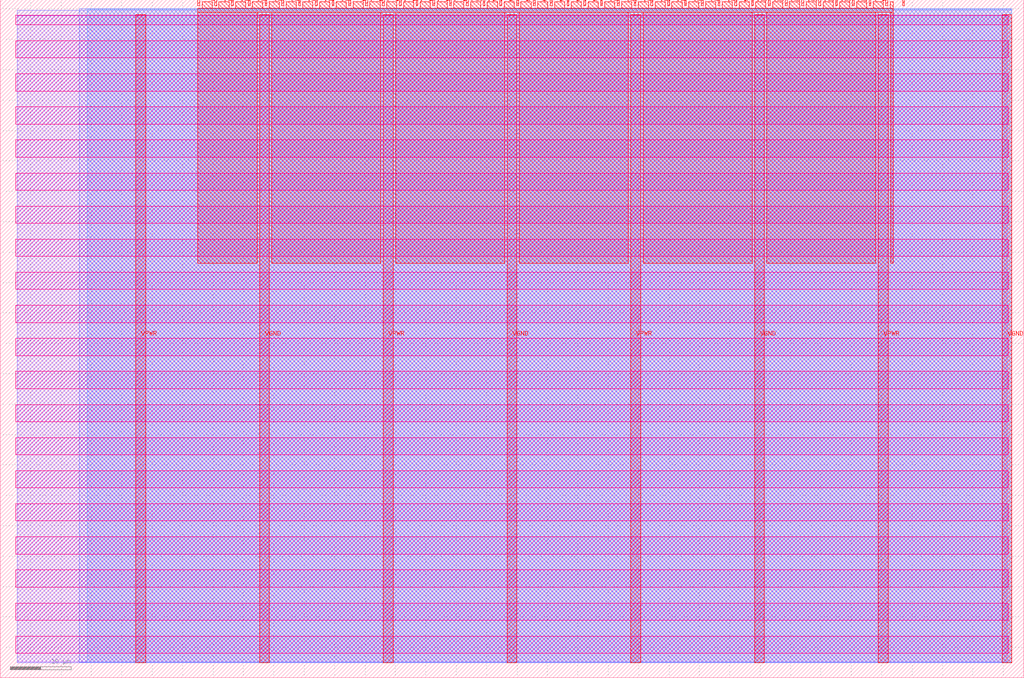
<source format=lef>
VERSION 5.7 ;
  NOWIREEXTENSIONATPIN ON ;
  DIVIDERCHAR "/" ;
  BUSBITCHARS "[]" ;
MACRO tt_um_gchenfc_seven_segment_gerry_dup
  CLASS BLOCK ;
  FOREIGN tt_um_gchenfc_seven_segment_gerry_dup ;
  ORIGIN 0.000 0.000 ;
  SIZE 168.360 BY 111.520 ;
  PIN VGND
    DIRECTION INOUT ;
    USE GROUND ;
    PORT
      LAYER met4 ;
        RECT 42.670 2.480 44.270 109.040 ;
    END
    PORT
      LAYER met4 ;
        RECT 83.380 2.480 84.980 109.040 ;
    END
    PORT
      LAYER met4 ;
        RECT 124.090 2.480 125.690 109.040 ;
    END
    PORT
      LAYER met4 ;
        RECT 164.800 2.480 166.400 109.040 ;
    END
  END VGND
  PIN VPWR
    DIRECTION INOUT ;
    USE POWER ;
    PORT
      LAYER met4 ;
        RECT 22.315 2.480 23.915 109.040 ;
    END
    PORT
      LAYER met4 ;
        RECT 63.025 2.480 64.625 109.040 ;
    END
    PORT
      LAYER met4 ;
        RECT 103.735 2.480 105.335 109.040 ;
    END
    PORT
      LAYER met4 ;
        RECT 144.445 2.480 146.045 109.040 ;
    END
  END VPWR
  PIN clk
    DIRECTION INPUT ;
    USE SIGNAL ;
    ANTENNAGATEAREA 0.852000 ;
    PORT
      LAYER met4 ;
        RECT 145.670 110.520 145.970 111.520 ;
    END
  END clk
  PIN ena
    DIRECTION INPUT ;
    USE SIGNAL ;
    PORT
      LAYER met4 ;
        RECT 148.430 110.520 148.730 111.520 ;
    END
  END ena
  PIN rst_n
    DIRECTION INPUT ;
    USE SIGNAL ;
    ANTENNAGATEAREA 0.196500 ;
    PORT
      LAYER met4 ;
        RECT 142.910 110.520 143.210 111.520 ;
    END
  END rst_n
  PIN ui_in[0]
    DIRECTION INPUT ;
    USE SIGNAL ;
    ANTENNAGATEAREA 0.196500 ;
    PORT
      LAYER met4 ;
        RECT 140.150 110.520 140.450 111.520 ;
    END
  END ui_in[0]
  PIN ui_in[1]
    DIRECTION INPUT ;
    USE SIGNAL ;
    ANTENNAGATEAREA 0.196500 ;
    PORT
      LAYER met4 ;
        RECT 137.390 110.520 137.690 111.520 ;
    END
  END ui_in[1]
  PIN ui_in[2]
    DIRECTION INPUT ;
    USE SIGNAL ;
    ANTENNAGATEAREA 0.196500 ;
    PORT
      LAYER met4 ;
        RECT 134.630 110.520 134.930 111.520 ;
    END
  END ui_in[2]
  PIN ui_in[3]
    DIRECTION INPUT ;
    USE SIGNAL ;
    ANTENNAGATEAREA 0.196500 ;
    PORT
      LAYER met4 ;
        RECT 131.870 110.520 132.170 111.520 ;
    END
  END ui_in[3]
  PIN ui_in[4]
    DIRECTION INPUT ;
    USE SIGNAL ;
    ANTENNAGATEAREA 0.196500 ;
    PORT
      LAYER met4 ;
        RECT 129.110 110.520 129.410 111.520 ;
    END
  END ui_in[4]
  PIN ui_in[5]
    DIRECTION INPUT ;
    USE SIGNAL ;
    ANTENNAGATEAREA 0.196500 ;
    PORT
      LAYER met4 ;
        RECT 126.350 110.520 126.650 111.520 ;
    END
  END ui_in[5]
  PIN ui_in[6]
    DIRECTION INPUT ;
    USE SIGNAL ;
    ANTENNAGATEAREA 0.159000 ;
    PORT
      LAYER met4 ;
        RECT 123.590 110.520 123.890 111.520 ;
    END
  END ui_in[6]
  PIN ui_in[7]
    DIRECTION INPUT ;
    USE SIGNAL ;
    ANTENNAGATEAREA 0.159000 ;
    PORT
      LAYER met4 ;
        RECT 120.830 110.520 121.130 111.520 ;
    END
  END ui_in[7]
  PIN uio_in[0]
    DIRECTION INPUT ;
    USE SIGNAL ;
    PORT
      LAYER met4 ;
        RECT 118.070 110.520 118.370 111.520 ;
    END
  END uio_in[0]
  PIN uio_in[1]
    DIRECTION INPUT ;
    USE SIGNAL ;
    PORT
      LAYER met4 ;
        RECT 115.310 110.520 115.610 111.520 ;
    END
  END uio_in[1]
  PIN uio_in[2]
    DIRECTION INPUT ;
    USE SIGNAL ;
    PORT
      LAYER met4 ;
        RECT 112.550 110.520 112.850 111.520 ;
    END
  END uio_in[2]
  PIN uio_in[3]
    DIRECTION INPUT ;
    USE SIGNAL ;
    PORT
      LAYER met4 ;
        RECT 109.790 110.520 110.090 111.520 ;
    END
  END uio_in[3]
  PIN uio_in[4]
    DIRECTION INPUT ;
    USE SIGNAL ;
    PORT
      LAYER met4 ;
        RECT 107.030 110.520 107.330 111.520 ;
    END
  END uio_in[4]
  PIN uio_in[5]
    DIRECTION INPUT ;
    USE SIGNAL ;
    PORT
      LAYER met4 ;
        RECT 104.270 110.520 104.570 111.520 ;
    END
  END uio_in[5]
  PIN uio_in[6]
    DIRECTION INPUT ;
    USE SIGNAL ;
    PORT
      LAYER met4 ;
        RECT 101.510 110.520 101.810 111.520 ;
    END
  END uio_in[6]
  PIN uio_in[7]
    DIRECTION INPUT ;
    USE SIGNAL ;
    PORT
      LAYER met4 ;
        RECT 98.750 110.520 99.050 111.520 ;
    END
  END uio_in[7]
  PIN uio_oe[0]
    DIRECTION OUTPUT TRISTATE ;
    USE SIGNAL ;
    PORT
      LAYER met4 ;
        RECT 51.830 110.520 52.130 111.520 ;
    END
  END uio_oe[0]
  PIN uio_oe[1]
    DIRECTION OUTPUT TRISTATE ;
    USE SIGNAL ;
    PORT
      LAYER met4 ;
        RECT 49.070 110.520 49.370 111.520 ;
    END
  END uio_oe[1]
  PIN uio_oe[2]
    DIRECTION OUTPUT TRISTATE ;
    USE SIGNAL ;
    PORT
      LAYER met4 ;
        RECT 46.310 110.520 46.610 111.520 ;
    END
  END uio_oe[2]
  PIN uio_oe[3]
    DIRECTION OUTPUT TRISTATE ;
    USE SIGNAL ;
    PORT
      LAYER met4 ;
        RECT 43.550 110.520 43.850 111.520 ;
    END
  END uio_oe[3]
  PIN uio_oe[4]
    DIRECTION OUTPUT TRISTATE ;
    USE SIGNAL ;
    PORT
      LAYER met4 ;
        RECT 40.790 110.520 41.090 111.520 ;
    END
  END uio_oe[4]
  PIN uio_oe[5]
    DIRECTION OUTPUT TRISTATE ;
    USE SIGNAL ;
    PORT
      LAYER met4 ;
        RECT 38.030 110.520 38.330 111.520 ;
    END
  END uio_oe[5]
  PIN uio_oe[6]
    DIRECTION OUTPUT TRISTATE ;
    USE SIGNAL ;
    PORT
      LAYER met4 ;
        RECT 35.270 110.520 35.570 111.520 ;
    END
  END uio_oe[6]
  PIN uio_oe[7]
    DIRECTION OUTPUT TRISTATE ;
    USE SIGNAL ;
    PORT
      LAYER met4 ;
        RECT 32.510 110.520 32.810 111.520 ;
    END
  END uio_oe[7]
  PIN uio_out[0]
    DIRECTION OUTPUT TRISTATE ;
    USE SIGNAL ;
    ANTENNADIFFAREA 0.795200 ;
    PORT
      LAYER met4 ;
        RECT 73.910 110.520 74.210 111.520 ;
    END
  END uio_out[0]
  PIN uio_out[1]
    DIRECTION OUTPUT TRISTATE ;
    USE SIGNAL ;
    ANTENNADIFFAREA 0.795200 ;
    PORT
      LAYER met4 ;
        RECT 71.150 110.520 71.450 111.520 ;
    END
  END uio_out[1]
  PIN uio_out[2]
    DIRECTION OUTPUT TRISTATE ;
    USE SIGNAL ;
    ANTENNADIFFAREA 0.795200 ;
    PORT
      LAYER met4 ;
        RECT 68.390 110.520 68.690 111.520 ;
    END
  END uio_out[2]
  PIN uio_out[3]
    DIRECTION OUTPUT TRISTATE ;
    USE SIGNAL ;
    ANTENNADIFFAREA 0.795200 ;
    PORT
      LAYER met4 ;
        RECT 65.630 110.520 65.930 111.520 ;
    END
  END uio_out[3]
  PIN uio_out[4]
    DIRECTION OUTPUT TRISTATE ;
    USE SIGNAL ;
    ANTENNADIFFAREA 0.795200 ;
    PORT
      LAYER met4 ;
        RECT 62.870 110.520 63.170 111.520 ;
    END
  END uio_out[4]
  PIN uio_out[5]
    DIRECTION OUTPUT TRISTATE ;
    USE SIGNAL ;
    ANTENNADIFFAREA 0.795200 ;
    PORT
      LAYER met4 ;
        RECT 60.110 110.520 60.410 111.520 ;
    END
  END uio_out[5]
  PIN uio_out[6]
    DIRECTION OUTPUT TRISTATE ;
    USE SIGNAL ;
    ANTENNADIFFAREA 0.445500 ;
    PORT
      LAYER met4 ;
        RECT 57.350 110.520 57.650 111.520 ;
    END
  END uio_out[6]
  PIN uio_out[7]
    DIRECTION OUTPUT TRISTATE ;
    USE SIGNAL ;
    ANTENNADIFFAREA 0.795200 ;
    PORT
      LAYER met4 ;
        RECT 54.590 110.520 54.890 111.520 ;
    END
  END uio_out[7]
  PIN uo_out[0]
    DIRECTION OUTPUT TRISTATE ;
    USE SIGNAL ;
    ANTENNADIFFAREA 0.795200 ;
    PORT
      LAYER met4 ;
        RECT 95.990 110.520 96.290 111.520 ;
    END
  END uo_out[0]
  PIN uo_out[1]
    DIRECTION OUTPUT TRISTATE ;
    USE SIGNAL ;
    ANTENNADIFFAREA 1.288000 ;
    PORT
      LAYER met4 ;
        RECT 93.230 110.520 93.530 111.520 ;
    END
  END uo_out[1]
  PIN uo_out[2]
    DIRECTION OUTPUT TRISTATE ;
    USE SIGNAL ;
    ANTENNADIFFAREA 1.288000 ;
    PORT
      LAYER met4 ;
        RECT 90.470 110.520 90.770 111.520 ;
    END
  END uo_out[2]
  PIN uo_out[3]
    DIRECTION OUTPUT TRISTATE ;
    USE SIGNAL ;
    ANTENNADIFFAREA 1.288000 ;
    PORT
      LAYER met4 ;
        RECT 87.710 110.520 88.010 111.520 ;
    END
  END uo_out[3]
  PIN uo_out[4]
    DIRECTION OUTPUT TRISTATE ;
    USE SIGNAL ;
    ANTENNADIFFAREA 1.288000 ;
    PORT
      LAYER met4 ;
        RECT 84.950 110.520 85.250 111.520 ;
    END
  END uo_out[4]
  PIN uo_out[5]
    DIRECTION OUTPUT TRISTATE ;
    USE SIGNAL ;
    ANTENNADIFFAREA 0.891000 ;
    PORT
      LAYER met4 ;
        RECT 82.190 110.520 82.490 111.520 ;
    END
  END uo_out[5]
  PIN uo_out[6]
    DIRECTION OUTPUT TRISTATE ;
    USE SIGNAL ;
    ANTENNADIFFAREA 0.891000 ;
    PORT
      LAYER met4 ;
        RECT 79.430 110.520 79.730 111.520 ;
    END
  END uo_out[6]
  PIN uo_out[7]
    DIRECTION OUTPUT TRISTATE ;
    USE SIGNAL ;
    PORT
      LAYER met4 ;
        RECT 76.670 110.520 76.970 111.520 ;
    END
  END uo_out[7]
  OBS
      LAYER nwell ;
        RECT 2.570 107.385 165.790 108.990 ;
        RECT 2.570 101.945 165.790 104.775 ;
        RECT 2.570 96.505 165.790 99.335 ;
        RECT 2.570 91.065 165.790 93.895 ;
        RECT 2.570 85.625 165.790 88.455 ;
        RECT 2.570 80.185 165.790 83.015 ;
        RECT 2.570 74.745 165.790 77.575 ;
        RECT 2.570 69.305 165.790 72.135 ;
        RECT 2.570 63.865 165.790 66.695 ;
        RECT 2.570 58.425 165.790 61.255 ;
        RECT 2.570 52.985 165.790 55.815 ;
        RECT 2.570 47.545 165.790 50.375 ;
        RECT 2.570 42.105 165.790 44.935 ;
        RECT 2.570 36.665 165.790 39.495 ;
        RECT 2.570 31.225 165.790 34.055 ;
        RECT 2.570 25.785 165.790 28.615 ;
        RECT 2.570 20.345 165.790 23.175 ;
        RECT 2.570 14.905 165.790 17.735 ;
        RECT 2.570 9.465 165.790 12.295 ;
        RECT 2.570 4.025 165.790 6.855 ;
      LAYER li1 ;
        RECT 2.760 2.635 165.600 108.885 ;
      LAYER met1 ;
        RECT 2.760 2.480 166.400 109.780 ;
      LAYER met2 ;
        RECT 12.980 2.535 166.370 110.005 ;
      LAYER met3 ;
        RECT 14.325 2.555 166.390 109.985 ;
      LAYER met4 ;
        RECT 33.210 110.120 34.870 111.170 ;
        RECT 35.970 110.120 37.630 111.170 ;
        RECT 38.730 110.120 40.390 111.170 ;
        RECT 41.490 110.120 43.150 111.170 ;
        RECT 44.250 110.120 45.910 111.170 ;
        RECT 47.010 110.120 48.670 111.170 ;
        RECT 49.770 110.120 51.430 111.170 ;
        RECT 52.530 110.120 54.190 111.170 ;
        RECT 55.290 110.120 56.950 111.170 ;
        RECT 58.050 110.120 59.710 111.170 ;
        RECT 60.810 110.120 62.470 111.170 ;
        RECT 63.570 110.120 65.230 111.170 ;
        RECT 66.330 110.120 67.990 111.170 ;
        RECT 69.090 110.120 70.750 111.170 ;
        RECT 71.850 110.120 73.510 111.170 ;
        RECT 74.610 110.120 76.270 111.170 ;
        RECT 77.370 110.120 79.030 111.170 ;
        RECT 80.130 110.120 81.790 111.170 ;
        RECT 82.890 110.120 84.550 111.170 ;
        RECT 85.650 110.120 87.310 111.170 ;
        RECT 88.410 110.120 90.070 111.170 ;
        RECT 91.170 110.120 92.830 111.170 ;
        RECT 93.930 110.120 95.590 111.170 ;
        RECT 96.690 110.120 98.350 111.170 ;
        RECT 99.450 110.120 101.110 111.170 ;
        RECT 102.210 110.120 103.870 111.170 ;
        RECT 104.970 110.120 106.630 111.170 ;
        RECT 107.730 110.120 109.390 111.170 ;
        RECT 110.490 110.120 112.150 111.170 ;
        RECT 113.250 110.120 114.910 111.170 ;
        RECT 116.010 110.120 117.670 111.170 ;
        RECT 118.770 110.120 120.430 111.170 ;
        RECT 121.530 110.120 123.190 111.170 ;
        RECT 124.290 110.120 125.950 111.170 ;
        RECT 127.050 110.120 128.710 111.170 ;
        RECT 129.810 110.120 131.470 111.170 ;
        RECT 132.570 110.120 134.230 111.170 ;
        RECT 135.330 110.120 136.990 111.170 ;
        RECT 138.090 110.120 139.750 111.170 ;
        RECT 140.850 110.120 142.510 111.170 ;
        RECT 143.610 110.120 145.270 111.170 ;
        RECT 146.370 110.120 146.905 111.170 ;
        RECT 32.495 109.440 146.905 110.120 ;
        RECT 32.495 68.175 42.270 109.440 ;
        RECT 44.670 68.175 62.625 109.440 ;
        RECT 65.025 68.175 82.980 109.440 ;
        RECT 85.380 68.175 103.335 109.440 ;
        RECT 105.735 68.175 123.690 109.440 ;
        RECT 126.090 68.175 144.045 109.440 ;
        RECT 146.445 68.175 146.905 109.440 ;
  END
END tt_um_gchenfc_seven_segment_gerry_dup
END LIBRARY


</source>
